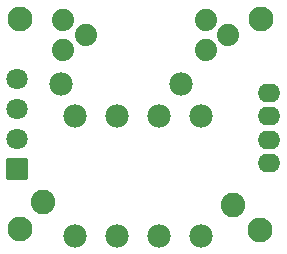
<source format=gts>
G04 Layer: TopSolderMaskLayer*
G04 EasyEDA Pro v2.2.40.8, 2025-10-31 20:04:37*
G04 Gerber Generator version 0.3*
G04 Scale: 100 percent, Rotated: No, Reflected: No*
G04 Dimensions in millimeters*
G04 Leading zeros omitted, absolute positions, 4 integers and 5 decimals*
G04 Generated by one-click*
%FSLAX45Y45*%
%MOMM*%
%AMRoundRect*1,1,$1,$2,$3*1,1,$1,$4,$5*1,1,$1,0-$2,0-$3*1,1,$1,0-$4,0-$5*20,1,$1,$2,$3,$4,$5,0*20,1,$1,$4,$5,0-$2,0-$3,0*20,1,$1,0-$2,0-$3,0-$4,0-$5,0*20,1,$1,0-$4,0-$5,$2,$3,0*4,1,4,$2,$3,$4,$5,0-$2,0-$3,0-$4,0-$5,$2,$3,0*%
%ADD10C,2.1016*%
%ADD11C,1.9812*%
%ADD12RoundRect,0.09618X-0.85271X-0.85271X-0.85271X0.85271*%
%ADD13C,1.8016*%
%ADD14C,2.0832*%
%ADD15O,1.9016X1.6016*%
%ADD16C,1.8816*%
%ADD17C,1.8796*%
G75*


G04 Pad Start*
G54D10*
G01X-2285547Y254000D03*
G01X-257200Y246380D03*
G01X-244500Y2032000D03*
G01X-2289200Y2032000D03*
G54D11*
G01X-1463700Y1206500D03*
G01X-1463700Y190500D03*
G01X-1108100Y1206500D03*
G01X-1108100Y190500D03*
G01X-925220Y1483360D03*
G01X-1941220Y1483360D03*
G01X-752500Y1206500D03*
G01X-752500Y190500D03*
G01X-1819300Y190500D03*
G01X-1819300Y1206500D03*
G54D12*
G01X-2309493Y758870D03*
G54D13*
G01X-2309493Y1012870D03*
G01X-2309493Y1266870D03*
G01X-2309493Y1520870D03*
G54D14*
G01X-488168Y455629D03*
G01X-2089610Y482610D03*
G54D15*
G01X-179521Y806902D03*
G01X-179521Y1006901D03*
G01X-179521Y1206901D03*
G01X-179521Y1406901D03*
G54D17*
G01X-1922230Y1771472D03*
G01X-1731730Y1898472D03*
G01X-1922230Y2025471D03*
G01X-715797Y1768663D03*
G01X-525298Y1895663D03*
G01X-715797Y2022663D03*
G04 Pad End*

M02*


</source>
